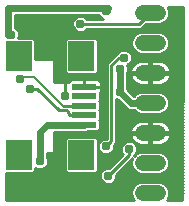
<source format=gbl>
G75*
G70*
%OFA0B0*%
%FSLAX24Y24*%
%IPPOS*%
%LPD*%
%AMOC8*
5,1,8,0,0,1.08239X$1,22.5*
%
%ADD10R,0.0866X0.0984*%
%ADD11R,0.0787X0.0197*%
%ADD12C,0.0520*%
%ADD13C,0.0310*%
%ADD14C,0.0100*%
%ADD15C,0.0080*%
%ADD16C,0.0240*%
D10*
X001340Y002307D03*
X003427Y002307D03*
X003427Y005614D03*
X001340Y005614D03*
D11*
X003525Y004591D03*
X003525Y004276D03*
X003525Y003961D03*
X003525Y003646D03*
X003525Y003331D03*
D12*
X005462Y003056D02*
X005982Y003056D01*
X005982Y004056D02*
X005462Y004056D01*
X005462Y005056D02*
X005982Y005056D01*
X005982Y006056D02*
X005462Y006056D01*
X005462Y007056D02*
X005982Y007056D01*
X005982Y002056D02*
X005462Y002056D01*
X005462Y001056D02*
X005982Y001056D01*
D13*
X004312Y001621D03*
X004282Y002041D03*
X004242Y002601D03*
X005012Y002511D03*
X002862Y004281D03*
X001722Y004531D03*
X001372Y004861D03*
X001072Y006331D03*
X002942Y006811D03*
X003392Y006691D03*
X004242Y007101D03*
X004842Y005561D03*
X004722Y005181D03*
X004722Y004401D03*
X002042Y002111D03*
X002422Y001751D03*
D14*
X000912Y001705D02*
X000912Y000831D01*
X005164Y000831D01*
X005148Y000846D01*
X005092Y000982D01*
X005092Y001129D01*
X005148Y001265D01*
X005252Y001369D01*
X005388Y001426D01*
X006056Y001426D01*
X006192Y001369D01*
X006296Y001265D01*
X006352Y001129D01*
X006352Y000982D01*
X006296Y000846D01*
X006280Y000831D01*
X006795Y000831D01*
X006804Y007243D01*
X006304Y007245D01*
X006352Y007129D01*
X006352Y006982D01*
X006296Y006846D01*
X006192Y006742D01*
X006056Y006686D01*
X005578Y006686D01*
X005423Y006531D01*
X005291Y006531D01*
X003607Y006531D01*
X003542Y006466D01*
X003445Y006426D01*
X003339Y006426D01*
X003242Y006466D01*
X003167Y006541D01*
X003127Y006638D01*
X003127Y006743D01*
X003167Y006841D01*
X003242Y006915D01*
X003339Y006956D01*
X003445Y006956D01*
X003542Y006915D01*
X003607Y006851D01*
X004153Y006851D01*
X004092Y006876D01*
X004017Y006951D01*
X004009Y006971D01*
X001212Y006971D01*
X001212Y006559D01*
X001222Y006555D01*
X001297Y006481D01*
X001337Y006383D01*
X001337Y006278D01*
X001311Y006216D01*
X001819Y006216D01*
X001883Y006152D01*
X001883Y005526D01*
X002483Y005526D01*
X002512Y005497D01*
X002512Y004739D01*
X002982Y004739D01*
X002982Y004751D01*
X003069Y004839D01*
X003525Y004839D01*
X003525Y004591D01*
X003525Y004591D01*
X003525Y004839D01*
X003981Y004839D01*
X004069Y004751D01*
X004069Y004591D01*
X003526Y004591D01*
X003526Y004590D01*
X004069Y004590D01*
X004069Y004430D01*
X004029Y004390D01*
X004029Y004132D01*
X004015Y004118D01*
X004029Y004105D01*
X004029Y003817D01*
X004015Y003803D01*
X004029Y003790D01*
X004029Y003502D01*
X004015Y003488D01*
X004029Y003475D01*
X004029Y003187D01*
X003965Y003122D01*
X003642Y003122D01*
X003610Y003091D01*
X003420Y003091D01*
X002512Y003091D01*
X002512Y002424D01*
X002483Y002395D01*
X002272Y002395D01*
X002272Y002248D01*
X002307Y002163D01*
X002307Y002058D01*
X002267Y001961D01*
X002192Y001886D01*
X002095Y001846D01*
X001989Y001846D01*
X001892Y001886D01*
X001883Y001895D01*
X001883Y001769D01*
X001819Y001705D01*
X000912Y001705D01*
X000912Y001657D02*
X004047Y001657D01*
X004047Y001673D02*
X004047Y001568D01*
X004087Y001471D01*
X004162Y001396D01*
X004259Y001356D01*
X004365Y001356D01*
X004462Y001396D01*
X004537Y001471D01*
X004577Y001568D01*
X004577Y001659D01*
X005078Y002161D01*
X005124Y002206D01*
X005092Y002129D01*
X005092Y001982D01*
X005148Y001846D01*
X005252Y001742D01*
X005388Y001686D01*
X006056Y001686D01*
X006192Y001742D01*
X006296Y001846D01*
X006352Y001982D01*
X006352Y002129D01*
X006296Y002265D01*
X006192Y002369D01*
X006056Y002426D01*
X005388Y002426D01*
X005252Y002369D01*
X005172Y002289D01*
X005172Y002296D01*
X005237Y002361D01*
X005277Y002458D01*
X005277Y002563D01*
X005237Y002661D01*
X005162Y002735D01*
X005065Y002776D01*
X004959Y002776D01*
X004862Y002735D01*
X004787Y002661D01*
X004747Y002563D01*
X004747Y002458D01*
X004787Y002361D01*
X004806Y002341D01*
X004351Y001886D01*
X004259Y001886D01*
X004162Y001845D01*
X004087Y001771D01*
X004047Y001673D01*
X004081Y001756D02*
X003956Y001756D01*
X003970Y001769D02*
X003905Y001705D01*
X002948Y001705D01*
X002884Y001769D01*
X002884Y002845D01*
X002948Y002909D01*
X003905Y002909D01*
X003970Y002845D01*
X003970Y001769D01*
X003970Y001854D02*
X004184Y001854D01*
X004302Y001951D02*
X004302Y002021D01*
X004282Y002041D01*
X004418Y001953D02*
X003970Y001953D01*
X003970Y002051D02*
X004517Y002051D01*
X004615Y002150D02*
X003970Y002150D01*
X003970Y002249D02*
X004714Y002249D01*
X004801Y002347D02*
X004322Y002347D01*
X004295Y002336D02*
X004392Y002376D01*
X004467Y002451D01*
X004507Y002548D01*
X004507Y002639D01*
X004582Y002714D01*
X004582Y004172D01*
X004656Y004141D01*
X004972Y003826D01*
X005162Y003826D01*
X005169Y003826D01*
X005252Y003742D01*
X005388Y003686D01*
X006056Y003686D01*
X006192Y003742D01*
X006296Y003846D01*
X006352Y003982D01*
X006352Y004129D01*
X006296Y004265D01*
X006192Y004369D01*
X006056Y004426D01*
X005388Y004426D01*
X005252Y004369D01*
X005169Y004286D01*
X005162Y004286D01*
X004982Y004466D01*
X004952Y004538D01*
X004952Y005043D01*
X004987Y005128D01*
X004987Y005233D01*
X004951Y005319D01*
X004992Y005336D01*
X005067Y005411D01*
X005107Y005508D01*
X005107Y005613D01*
X005067Y005711D01*
X004992Y005785D01*
X004895Y005826D01*
X004789Y005826D01*
X004692Y005785D01*
X004627Y005721D01*
X004596Y005721D01*
X004262Y005387D01*
X004262Y005254D01*
X004262Y002866D01*
X004189Y002866D01*
X004092Y002825D01*
X004017Y002751D01*
X003977Y002653D01*
X003977Y002548D01*
X004017Y002451D01*
X004092Y002376D01*
X004189Y002336D01*
X004295Y002336D01*
X004462Y002446D02*
X004752Y002446D01*
X004747Y002544D02*
X004505Y002544D01*
X004510Y002643D02*
X004780Y002643D01*
X004876Y002741D02*
X004582Y002741D01*
X004582Y002840D02*
X005108Y002840D01*
X005114Y002823D02*
X005230Y002708D01*
X005380Y002646D01*
X005692Y002646D01*
X005692Y003025D01*
X005752Y003025D01*
X005752Y002646D01*
X006064Y002646D01*
X006214Y002708D01*
X006330Y002823D01*
X006392Y002974D01*
X006392Y003026D01*
X005752Y003026D01*
X005752Y003086D01*
X005692Y003086D01*
X005692Y003466D01*
X005380Y003466D01*
X005230Y003403D01*
X005114Y003288D01*
X005052Y003137D01*
X005052Y003086D01*
X005692Y003086D01*
X005692Y003026D01*
X005052Y003026D01*
X005052Y002974D01*
X005114Y002823D01*
X005147Y002741D02*
X005196Y002741D01*
X005244Y002643D02*
X006798Y002643D01*
X006798Y002544D02*
X005277Y002544D01*
X005272Y002446D02*
X006797Y002446D01*
X006797Y002347D02*
X006214Y002347D01*
X006302Y002249D02*
X006797Y002249D01*
X006797Y002150D02*
X006343Y002150D01*
X006352Y002051D02*
X006797Y002051D01*
X006797Y001953D02*
X006340Y001953D01*
X006299Y001854D02*
X006797Y001854D01*
X006796Y001756D02*
X006205Y001756D01*
X006199Y001362D02*
X006796Y001362D01*
X006796Y001263D02*
X006296Y001263D01*
X006337Y001165D02*
X006796Y001165D01*
X006796Y001066D02*
X006352Y001066D01*
X006346Y000968D02*
X006795Y000968D01*
X006795Y000869D02*
X006305Y000869D01*
X006796Y001460D02*
X004526Y001460D01*
X004573Y001559D02*
X006796Y001559D01*
X006796Y001657D02*
X004577Y001657D01*
X004673Y001756D02*
X005238Y001756D01*
X005145Y001854D02*
X004772Y001854D01*
X004871Y001953D02*
X005104Y001953D01*
X005092Y002051D02*
X004969Y002051D01*
X005068Y002150D02*
X005101Y002150D01*
X005078Y002161D02*
X005078Y002161D01*
X005012Y002321D02*
X005012Y002511D01*
X005223Y002347D02*
X005230Y002347D01*
X005012Y002321D02*
X004312Y001621D01*
X004098Y001460D02*
X000912Y001460D01*
X000912Y001559D02*
X004051Y001559D01*
X004245Y001362D02*
X000912Y001362D01*
X000912Y001263D02*
X005147Y001263D01*
X005107Y001165D02*
X000912Y001165D01*
X000912Y001066D02*
X005092Y001066D01*
X005098Y000968D02*
X000912Y000968D01*
X000912Y000869D02*
X005139Y000869D01*
X005245Y001362D02*
X004379Y001362D01*
X004161Y002347D02*
X003970Y002347D01*
X003970Y002446D02*
X004022Y002446D01*
X003978Y002544D02*
X003970Y002544D01*
X003970Y002643D02*
X003977Y002643D01*
X003970Y002741D02*
X004013Y002741D01*
X003970Y002840D02*
X004127Y002840D01*
X004262Y002938D02*
X002512Y002938D01*
X002512Y002840D02*
X002884Y002840D01*
X002884Y002741D02*
X002512Y002741D01*
X002512Y002643D02*
X002884Y002643D01*
X002884Y002544D02*
X002512Y002544D01*
X002512Y002446D02*
X002884Y002446D01*
X002884Y002347D02*
X002272Y002347D01*
X002272Y002249D02*
X002884Y002249D01*
X002884Y002150D02*
X002307Y002150D01*
X002304Y002051D02*
X002884Y002051D01*
X002884Y001953D02*
X002259Y001953D01*
X002116Y001854D02*
X002884Y001854D01*
X002897Y001756D02*
X001870Y001756D01*
X001883Y001854D02*
X001968Y001854D01*
X002512Y003037D02*
X004262Y003037D01*
X004262Y003135D02*
X003978Y003135D01*
X004029Y003234D02*
X004262Y003234D01*
X004262Y003333D02*
X004029Y003333D01*
X004029Y003431D02*
X004262Y003431D01*
X004262Y003530D02*
X004029Y003530D01*
X004029Y003628D02*
X004262Y003628D01*
X004262Y003727D02*
X004029Y003727D01*
X004029Y003825D02*
X004262Y003825D01*
X004262Y003924D02*
X004029Y003924D01*
X004029Y004022D02*
X004262Y004022D01*
X004262Y004121D02*
X004018Y004121D01*
X004029Y004219D02*
X004262Y004219D01*
X004262Y004318D02*
X004029Y004318D01*
X004056Y004417D02*
X004262Y004417D01*
X004262Y004515D02*
X004069Y004515D01*
X004069Y004614D02*
X004262Y004614D01*
X004262Y004712D02*
X004069Y004712D01*
X004009Y004811D02*
X004262Y004811D01*
X004262Y004909D02*
X002512Y004909D01*
X002512Y005008D02*
X004262Y005008D01*
X004262Y005106D02*
X003970Y005106D01*
X003970Y005076D02*
X003905Y005012D01*
X002948Y005012D01*
X002884Y005076D01*
X002884Y006152D01*
X002948Y006216D01*
X003905Y006216D01*
X003970Y006152D01*
X003970Y005076D01*
X003970Y005205D02*
X004262Y005205D01*
X004262Y005303D02*
X003970Y005303D01*
X003970Y005402D02*
X004277Y005402D01*
X004376Y005501D02*
X003970Y005501D01*
X003970Y005599D02*
X004474Y005599D01*
X004573Y005698D02*
X003970Y005698D01*
X003970Y005796D02*
X004718Y005796D01*
X004966Y005796D02*
X005198Y005796D01*
X005148Y005846D02*
X005252Y005742D01*
X005388Y005686D01*
X006056Y005686D01*
X006192Y005742D01*
X006296Y005846D01*
X006352Y005982D01*
X006352Y006129D01*
X006296Y006265D01*
X006192Y006369D01*
X006056Y006426D01*
X005388Y006426D01*
X005252Y006369D01*
X005148Y006265D01*
X005092Y006129D01*
X005092Y005982D01*
X005148Y005846D01*
X005128Y005895D02*
X003970Y005895D01*
X003970Y005993D02*
X005092Y005993D01*
X005092Y006092D02*
X003970Y006092D01*
X003931Y006190D02*
X005117Y006190D01*
X005172Y006289D02*
X001337Y006289D01*
X001335Y006387D02*
X005296Y006387D01*
X005477Y006584D02*
X006803Y006584D01*
X006803Y006486D02*
X003562Y006486D01*
X003392Y006691D02*
X005357Y006691D01*
X005722Y007056D01*
X005576Y006683D02*
X006803Y006683D01*
X006803Y006782D02*
X006231Y006782D01*
X006310Y006880D02*
X006803Y006880D01*
X006803Y006979D02*
X006351Y006979D01*
X006352Y007077D02*
X006804Y007077D01*
X006804Y007176D02*
X006333Y007176D01*
X006148Y006387D02*
X006803Y006387D01*
X006803Y006289D02*
X006272Y006289D01*
X006327Y006190D02*
X006802Y006190D01*
X006802Y006092D02*
X006352Y006092D01*
X006352Y005993D02*
X006802Y005993D01*
X006802Y005895D02*
X006316Y005895D01*
X006246Y005796D02*
X006802Y005796D01*
X006802Y005698D02*
X006084Y005698D01*
X006064Y005466D02*
X005752Y005466D01*
X005752Y005086D01*
X005692Y005086D01*
X005692Y005466D01*
X005380Y005466D01*
X005230Y005403D01*
X005114Y005288D01*
X005052Y005137D01*
X005052Y005086D01*
X005692Y005086D01*
X005692Y005026D01*
X005052Y005026D01*
X005052Y004974D01*
X005114Y004823D01*
X005230Y004708D01*
X005380Y004646D01*
X005692Y004646D01*
X005692Y005025D01*
X005752Y005025D01*
X005752Y004646D01*
X006064Y004646D01*
X006214Y004708D01*
X006330Y004823D01*
X006392Y004974D01*
X006392Y005026D01*
X005752Y005026D01*
X005752Y005086D01*
X006392Y005086D01*
X006392Y005137D01*
X006330Y005288D01*
X006214Y005403D01*
X006064Y005466D01*
X006215Y005402D02*
X006801Y005402D01*
X006801Y005501D02*
X005104Y005501D01*
X005107Y005599D02*
X006802Y005599D01*
X006801Y005303D02*
X006314Y005303D01*
X006364Y005205D02*
X006801Y005205D01*
X006801Y005106D02*
X006392Y005106D01*
X006392Y005008D02*
X006801Y005008D01*
X006801Y004909D02*
X006365Y004909D01*
X006317Y004811D02*
X006801Y004811D01*
X006800Y004712D02*
X006218Y004712D01*
X006077Y004417D02*
X006800Y004417D01*
X006800Y004318D02*
X006243Y004318D01*
X006315Y004219D02*
X006800Y004219D01*
X006800Y004121D02*
X006352Y004121D01*
X006352Y004022D02*
X006800Y004022D01*
X006799Y003924D02*
X006328Y003924D01*
X006275Y003825D02*
X006799Y003825D01*
X006799Y003727D02*
X006155Y003727D01*
X006064Y003466D02*
X005752Y003466D01*
X005752Y003086D01*
X006392Y003086D01*
X006392Y003137D01*
X006330Y003288D01*
X006214Y003403D01*
X006064Y003466D01*
X006147Y003431D02*
X006799Y003431D01*
X006799Y003333D02*
X006285Y003333D01*
X006352Y003234D02*
X006798Y003234D01*
X006798Y003135D02*
X006392Y003135D01*
X006377Y002938D02*
X006798Y002938D01*
X006798Y002840D02*
X006336Y002840D01*
X006247Y002741D02*
X006798Y002741D01*
X006798Y003037D02*
X005752Y003037D01*
X005692Y003037D02*
X004582Y003037D01*
X004582Y002938D02*
X005067Y002938D01*
X005052Y003135D02*
X004582Y003135D01*
X004582Y003234D02*
X005092Y003234D01*
X005159Y003333D02*
X004582Y003333D01*
X004582Y003431D02*
X005297Y003431D01*
X005289Y003727D02*
X004582Y003727D01*
X004582Y003825D02*
X005169Y003825D01*
X004874Y003924D02*
X004582Y003924D01*
X004582Y004022D02*
X004775Y004022D01*
X004676Y004121D02*
X004582Y004121D01*
X005031Y004417D02*
X005366Y004417D01*
X005201Y004318D02*
X005130Y004318D01*
X004961Y004515D02*
X006800Y004515D01*
X006800Y004614D02*
X004952Y004614D01*
X004952Y004712D02*
X005226Y004712D01*
X005127Y004811D02*
X004952Y004811D01*
X004952Y004909D02*
X005079Y004909D01*
X005052Y005008D02*
X004952Y005008D01*
X004978Y005106D02*
X005052Y005106D01*
X005080Y005205D02*
X004987Y005205D01*
X004958Y005303D02*
X005130Y005303D01*
X005058Y005402D02*
X005229Y005402D01*
X005359Y005698D02*
X005072Y005698D01*
X004842Y005561D02*
X004662Y005561D01*
X004422Y005321D01*
X004422Y002781D01*
X004242Y002601D01*
X004582Y003530D02*
X006799Y003530D01*
X006799Y003628D02*
X004582Y003628D01*
X003525Y003646D02*
X003520Y003651D01*
X003042Y003651D01*
X002992Y003701D01*
X002992Y003751D01*
X002942Y003801D01*
X002683Y003801D01*
X001953Y004531D01*
X001722Y004531D01*
X002512Y004811D02*
X003041Y004811D01*
X002862Y004701D02*
X002862Y004281D01*
X002802Y003961D02*
X003525Y003961D01*
X003525Y004614D02*
X003525Y004614D01*
X003525Y004712D02*
X003525Y004712D01*
X003525Y004811D02*
X003525Y004811D01*
X002884Y005106D02*
X002512Y005106D01*
X002512Y005205D02*
X002884Y005205D01*
X002884Y005303D02*
X002512Y005303D01*
X002512Y005402D02*
X002884Y005402D01*
X002884Y005501D02*
X002509Y005501D01*
X002884Y005599D02*
X001883Y005599D01*
X001883Y005698D02*
X002884Y005698D01*
X002884Y005796D02*
X001883Y005796D01*
X001883Y005895D02*
X002884Y005895D01*
X002884Y005993D02*
X001883Y005993D01*
X001883Y006092D02*
X002884Y006092D01*
X002922Y006190D02*
X001845Y006190D01*
X001291Y006486D02*
X003222Y006486D01*
X003149Y006584D02*
X001212Y006584D01*
X001212Y006683D02*
X003127Y006683D01*
X003143Y006782D02*
X001212Y006782D01*
X001212Y006880D02*
X003207Y006880D01*
X003577Y006880D02*
X004088Y006880D01*
X005692Y005402D02*
X005752Y005402D01*
X005752Y005303D02*
X005692Y005303D01*
X005692Y005205D02*
X005752Y005205D01*
X005752Y005106D02*
X005692Y005106D01*
X005692Y005008D02*
X005752Y005008D01*
X005752Y004909D02*
X005692Y004909D01*
X005692Y004811D02*
X005752Y004811D01*
X005752Y004712D02*
X005692Y004712D01*
X005692Y003431D02*
X005752Y003431D01*
X005752Y003333D02*
X005692Y003333D01*
X005692Y003234D02*
X005752Y003234D01*
X005752Y003135D02*
X005692Y003135D01*
X005692Y002938D02*
X005752Y002938D01*
X005752Y002840D02*
X005692Y002840D01*
X005692Y002741D02*
X005752Y002741D01*
D15*
X002802Y003961D02*
X002802Y003961D01*
X001842Y004921D01*
X001372Y004921D01*
X001372Y004861D01*
X002512Y001811D02*
X002452Y001751D01*
X002422Y001751D01*
D16*
X002042Y002111D02*
X002042Y003091D01*
X002272Y003321D01*
X003515Y003321D01*
X003525Y003331D01*
X004722Y004401D02*
X004722Y005181D01*
X004722Y004401D02*
X005067Y004056D01*
X005722Y004056D01*
X002942Y006811D02*
X002782Y006821D01*
X004242Y007101D02*
X004272Y007131D01*
X004272Y007201D01*
X004302Y007201D01*
X004272Y007201D02*
X000982Y007201D01*
X000982Y006331D01*
X001072Y006331D01*
M02*

</source>
